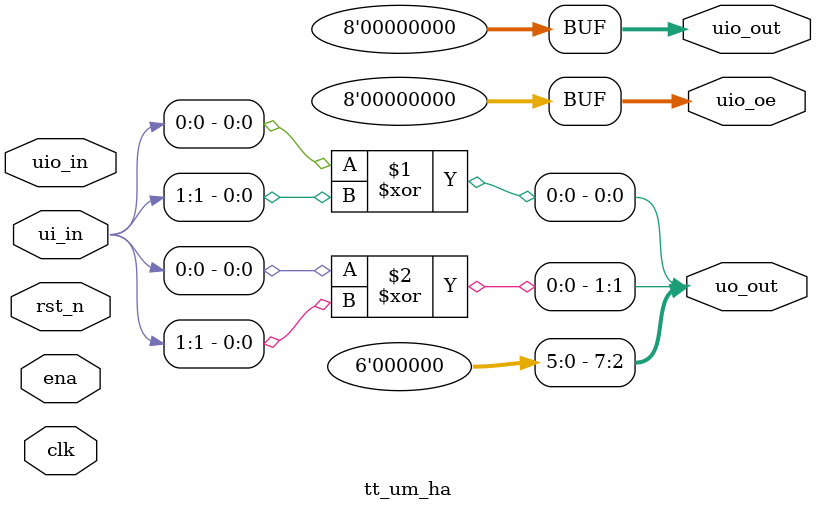
<source format=v>
/*
 * Copyright (c) 2024 Your Name
 * SPDX-License-Identifier: Apache-2.0
 */

`define default_netname none

module tt_um_ha(
    input  wire [7:0] ui_in,    // Dedicated inputs
    output wire [7:0] uo_out,   // Dedicated outputs
    input  wire [7:0] uio_in,   // IOs: Input path
    output wire [7:0] uio_out,  // IOs: Output path
    output wire [7:0] uio_oe,   // IOs: Enable path (active high: 0=input, 1=output)
    input  wire       ena,      // will go high when the design is enabled
    input  wire       clk,      // clock
    input  wire       rst_n     // reset_n - low to reset
);

  // All output pins must be assigned. If not used, assign to 0.
 // assign uo_out  = ui_in + uio_in;  // Example: ou_out is the sum of ui_in and uio_in
  assign uio_out = 0;
  assign uio_oe  = 0;
    assign uo_out[7:2]=6'b0;
    assign uo_out[0]=ui_in[0]^ui_in[1];
    assign uo_out[1]=ui_in[0]^ui_in[1];


endmodule

</source>
